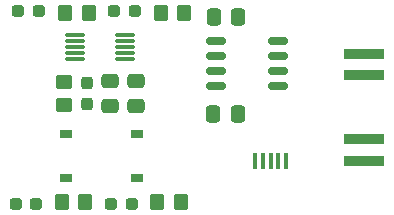
<source format=gbr>
%TF.GenerationSoftware,KiCad,Pcbnew,8.0.2*%
%TF.CreationDate,2024-05-05T20:52:19-05:00*%
%TF.ProjectId,ch554_USB_Host_Test,63683535-345f-4555-9342-5f486f73745f,rev?*%
%TF.SameCoordinates,Original*%
%TF.FileFunction,Paste,Top*%
%TF.FilePolarity,Positive*%
%FSLAX46Y46*%
G04 Gerber Fmt 4.6, Leading zero omitted, Abs format (unit mm)*
G04 Created by KiCad (PCBNEW 8.0.2) date 2024-05-05 20:52:19*
%MOMM*%
%LPD*%
G01*
G04 APERTURE LIST*
G04 Aperture macros list*
%AMRoundRect*
0 Rectangle with rounded corners*
0 $1 Rounding radius*
0 $2 $3 $4 $5 $6 $7 $8 $9 X,Y pos of 4 corners*
0 Add a 4 corners polygon primitive as box body*
4,1,4,$2,$3,$4,$5,$6,$7,$8,$9,$2,$3,0*
0 Add four circle primitives for the rounded corners*
1,1,$1+$1,$2,$3*
1,1,$1+$1,$4,$5*
1,1,$1+$1,$6,$7*
1,1,$1+$1,$8,$9*
0 Add four rect primitives between the rounded corners*
20,1,$1+$1,$2,$3,$4,$5,0*
20,1,$1+$1,$4,$5,$6,$7,0*
20,1,$1+$1,$6,$7,$8,$9,0*
20,1,$1+$1,$8,$9,$2,$3,0*%
G04 Aperture macros list end*
%ADD10R,0.400000X1.400000*%
%ADD11RoundRect,0.250000X0.450000X-0.350000X0.450000X0.350000X-0.450000X0.350000X-0.450000X-0.350000X0*%
%ADD12RoundRect,0.250000X-0.350000X-0.450000X0.350000X-0.450000X0.350000X0.450000X-0.350000X0.450000X0*%
%ADD13RoundRect,0.237500X0.287500X0.237500X-0.287500X0.237500X-0.287500X-0.237500X0.287500X-0.237500X0*%
%ADD14RoundRect,0.250000X-0.337500X-0.475000X0.337500X-0.475000X0.337500X0.475000X-0.337500X0.475000X0*%
%ADD15R,3.500000X0.900000*%
%ADD16RoundRect,0.250000X0.337500X0.475000X-0.337500X0.475000X-0.337500X-0.475000X0.337500X-0.475000X0*%
%ADD17RoundRect,0.150000X0.675000X0.150000X-0.675000X0.150000X-0.675000X-0.150000X0.675000X-0.150000X0*%
%ADD18RoundRect,0.087500X0.725000X0.087500X-0.725000X0.087500X-0.725000X-0.087500X0.725000X-0.087500X0*%
%ADD19RoundRect,0.250000X-0.475000X0.337500X-0.475000X-0.337500X0.475000X-0.337500X0.475000X0.337500X0*%
%ADD20RoundRect,0.237500X-0.237500X0.300000X-0.237500X-0.300000X0.237500X-0.300000X0.237500X0.300000X0*%
%ADD21R,1.000000X0.750000*%
G04 APERTURE END LIST*
D10*
%TO.C,J4*%
X126340000Y-57745000D03*
X126990000Y-57745000D03*
X127640000Y-57745000D03*
X128290000Y-57745000D03*
X128940000Y-57745000D03*
%TD*%
D11*
%TO.C,R4*%
X110125000Y-53025000D03*
X110125000Y-51025000D03*
%TD*%
D12*
%TO.C,R2*%
X110224286Y-45230000D03*
X112224286Y-45230000D03*
%TD*%
%TO.C,R5*%
X109952857Y-61175000D03*
X111952857Y-61175000D03*
%TD*%
%TO.C,R3*%
X118325000Y-45230000D03*
X120325000Y-45230000D03*
%TD*%
D13*
%TO.C,D5*%
X115900714Y-61400000D03*
X114150714Y-61400000D03*
%TD*%
D14*
%TO.C,C4*%
X122772500Y-53760000D03*
X124847500Y-53760000D03*
%TD*%
D13*
%TO.C,D4*%
X107800000Y-61400000D03*
X106050000Y-61400000D03*
%TD*%
D15*
%TO.C,J6*%
X135560000Y-50495000D03*
X135560000Y-55895000D03*
X135560000Y-48695000D03*
X135560000Y-57695000D03*
%TD*%
D16*
%TO.C,C2*%
X124887500Y-45585000D03*
X122812500Y-45585000D03*
%TD*%
D13*
%TO.C,D2*%
X108026429Y-45050000D03*
X106276429Y-45050000D03*
%TD*%
%TO.C,D3*%
X116172143Y-45050000D03*
X114422143Y-45050000D03*
%TD*%
D17*
%TO.C,U3*%
X128295000Y-51415000D03*
X128295000Y-50145000D03*
X128295000Y-48875000D03*
X128295000Y-47605000D03*
X123045000Y-47605000D03*
X123045000Y-48875000D03*
X123045000Y-50145000D03*
X123045000Y-51415000D03*
%TD*%
D18*
%TO.C,U2*%
X115287500Y-49070000D03*
X115287500Y-48570000D03*
X115287500Y-48070000D03*
X115287500Y-47570000D03*
X115287500Y-47070000D03*
X111062500Y-47070000D03*
X111062500Y-47570000D03*
X111062500Y-48070000D03*
X111062500Y-48570000D03*
X111062500Y-49070000D03*
%TD*%
D19*
%TO.C,C5*%
X114016666Y-50987500D03*
X114016666Y-53062500D03*
%TD*%
D12*
%TO.C,R6*%
X118053572Y-61175000D03*
X120053572Y-61175000D03*
%TD*%
D19*
%TO.C,C3*%
X116225000Y-50987500D03*
X116225000Y-53062500D03*
%TD*%
D20*
%TO.C,C6*%
X112058333Y-51162500D03*
X112058333Y-52887500D03*
%TD*%
D21*
%TO.C,SW2*%
X116325000Y-59175000D03*
X110325000Y-59175000D03*
X116325000Y-55425000D03*
X110325000Y-55425000D03*
%TD*%
M02*

</source>
